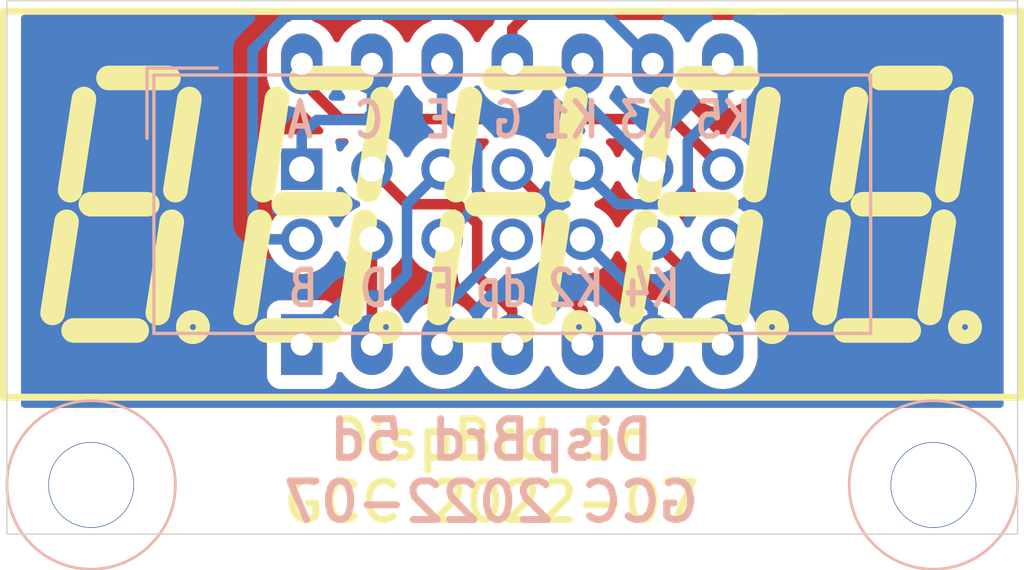
<source format=kicad_pcb>
(kicad_pcb (version 20211014) (generator pcbnew)
  (layers (0 "F.Cu" signal) (31 "B.Cu" signal) (36 "B.SilkS" user "B.Silkscreen") (37 "F.SilkS" user "F.Silkscreen") (38 "B.Mask" user) (39 "F.Mask" user) (44 "Edge.Cuts" user))
  (net 0 "")
  (net 1 "/K_SegA")
  (net 2 "/K_SegB")
  (net 3 "/K_SegC")
  (net 4 "/K_SegDP")
  (net 5 "/A0")
  (net 6 "/K_SegD")
  (net 7 "/K_SegE")
  (net 8 "/K_SegG")
  (net 9 "/K_SegF")
  (net 10 "/A1")
  (net 11 "/A2")
  (net 12 "/A3")
  (net 13 "/A4")
  (net 14 "Net-(P6-Pad14)")
  (footprint "GCC_Display:Disp7s5x_036" (layer "F.Cu") (at 69.088 43.18)
    (fp_text reference "S4" hide)
    (fp_text value "LEDDSP5_CA" hide)
    (fp_line (start 4.826 0.635) (end 4.318 3.93446) (layer "F.SilkS") (width 0.889))
    (fp_line (start 8.63346 0.635) (end 8.12546 3.93446) (layer "F.SilkS") (width 0.889))
    (fp_line (start 9.271 -3.80746) (end 8.763 -0.508) (layer "F.SilkS") (width 0.889))
    (fp_line (start -16.129 0.635) (end -16.637 3.93446) (layer "F.SilkS") (width 0.889))
    (fp_line (start 5.45338 -3.80746) (end 4.953 -0.508) (layer "F.SilkS") (width 0.889))
    (fp_line (start -15.50162 -3.80746) (end -16.002 -0.508) (layer "F.SilkS") (width 0.889))
    (fp_line (start -18.41246 6.985) (end 18.41246 6.985) (layer "F.SilkS") (width 0.254))
    (fp_line (start -14.61262 -4.56946) (end -12.446 -4.56946) (layer "F.SilkS") (width 0.889))
    (fp_line (start 5.08 4.56946) (end 7.36346 4.56946) (layer "F.SilkS") (width 0.889))
    (fp_line (start -15.875 4.56946) (end -13.59154 4.56946) (layer "F.SilkS") (width 0.889))
    (fp_line (start -5.33654 0.635) (end -5.84454 3.93446) (layer "F.SilkS") (width 0.889))
    (fp_line (start 7.747 0) (end 5.7023 0) (layer "F.SilkS") (width 0.889))
    (fp_line (start 11.811 0.635) (end 11.303 3.93446) (layer "F.SilkS") (width 0.889))
    (fp_line (start -1.905 4.56946) (end 0.37846 4.56946) (layer "F.SilkS") (width 0.889))
    (fp_line (start 16.256 -3.80746) (end 15.748 -0.508) (layer "F.SilkS") (width 0.889))
    (fp_line (start -18.41246 6.985) (end -18.41246 -6.985) (layer "F.SilkS") (width 0.254))
    (fp_line (start -1.53162 -3.80746) (end -2.032 -0.508) (layer "F.SilkS") (width 0.889))
    (fp_line (start -12.32154 0.635) (end -12.82954 3.93446) (layer "F.SilkS") (width 0.889))
    (fp_line (start -6.223 0) (end -8.2677 0) (layer "F.SilkS") (width 0.889))
    (fp_line (start -13.208 0) (end -15.2527 0) (layer "F.SilkS") (width 0.889))
    (fp_line (start 0.762 0) (end -1.2827 0) (layer "F.SilkS") (width 0.889))
    (fp_line (start 12.065 4.56946) (end 14.34846 4.56946) (layer "F.SilkS") (width 0.889))
    (fp_line (start 1.64846 0.635) (end 1.14046 3.93446) (layer "F.SilkS") (width 0.889))
    (fp_line (start -8.89 4.56946) (end -6.60654 4.56946) (layer "F.SilkS") (width 0.889))
    (fp_line (start 6.34238 -4.56946) (end 8.509 -4.56946) (layer "F.SilkS") (width 0.889))
    (fp_line (start 15.61846 0.635) (end 15.11046 3.93446) (layer "F.SilkS") (width 0.889))
    (fp_line (start 2.286 -3.80746) (end 1.778 -0.508) (layer "F.SilkS") (width 0.889))
    (fp_line (start 13.32738 -4.56946) (end 15.494 -4.56946) (layer "F.SilkS") (width 0.889))
    (fp_line (start -4.699 -3.80746) (end -5.207 -0.508) (layer "F.SilkS") (width 0.889))
    (fp_line (start -11.684 -3.80746) (end -12.192 -0.508) (layer "F.SilkS") (width 0.889))
    (fp_line (start -7.62762 -4.56946) (end -5.461 -4.56946) (layer "F.SilkS") (width 0.889))
    (fp_line (start -2.159 0.635) (end -2.667 3.93446) (layer "F.SilkS") (width 0.889))
    (fp_line (start 18.41246 -6.985) (end -18.41246 -6.985) (layer "F.SilkS") (width 0.254))
    (fp_line (start 14.732 0) (end 12.6873 0) (layer "F.SilkS") (width 0.889))
    (fp_line (start -9.144 0.635) (end -9.652 3.93446) (layer "F.SilkS") (width 0.889))
    (fp_line (start 18.41246 6.985) (end 18.41246 -6.985) (layer "F.SilkS") (width 0.254))
    (fp_line (start 12.43838 -3.80746) (end 11.938 -0.508) (layer "F.SilkS") (width 0.889))
    (fp_line (start -0.64262 -4.56946) (end 1.524 -4.56946) (layer "F.SilkS") (width 0.889))
    (fp_line (start -8.51662 -3.80746) (end -9.017 -0.508) (layer "F.SilkS") (width 0.889))
    (fp_circle (center -11.557 4.445) (end -11.303 4.18846) (layer "F.SilkS") (width 0.508) (fill none))
    (fp_circle (center 9.398 4.445) (end 9.652 4.18846) (layer "F.SilkS") (width 0.508) (fill none))
    (fp_circle (center 2.413 4.445) (end 2.667 4.18846) (layer "F.SilkS") (width 0.508) (fill none))
    (fp_circle (center -4.572 4.445) (end -4.318 4.18846) (layer "F.SilkS") (width 0.508) (fill none))
    (fp_circle (center 16.383 4.445) (end 16.637 4.18846) (layer "F.SilkS") (width 0.508) (fill none))
    (pad "1" thru_hole rect locked (at -7.62 5.08 90) (size 2.19964 1.50114) (drill 0.8001) (layers *.Cu *.Mask) (net 7 "/K_SegE"))
    (pad "2" thru_hole oval locked (at -5.08 5.08 90) (size 2.1971 1.4986) (drill 0.8001) (layers *.Cu *.Mask) (net 6 "/K_SegD"))
    (pad "3" thru_hole oval locked (at -2.54 5.08 90) (size 2.1971 1.4986) (drill 0.8001) (layers *.Cu *.Mask) (net 4 "/K_SegDP"))
    (pad "4" thru_hole oval locked (at 0 5.08 90) (size 2.1971 1.4986) (drill 0.8001) (layers *.Cu *.Mask) (net 3 "/K_SegC"))
    (pad "5" thru_hole oval locked (at 2.54 5.08 90) (size 2.1971 1.4986) (drill 0.8001) (layers *.Cu *.Mask) (net 8 "/K_SegG"))
    (pad "6" thru_hole oval locked (at 5.08 5.08 90) (size 2.1971 1.4986) (drill 0.8001) (layers *.Cu *.Mask) (net 10 "/A1"))
    (pad "7" thru_hole oval locked (at 7.62 5.08 90) (size 2.1971 1.4986) (drill 0.8001) (layers *.Cu *.Mask))
    (pad "8" thru_hole oval locked (at 7.62 -5.08 90) (size 2.1971 1.4986) (drill 0.8001) (layers *.Cu *.Mask) (net 5 "/A0"))
    (pad "9" thru_hole oval locked (at 5.08 -5.08 90) (size 2.1971 1.4986) (drill 0.8001) (layers *.Cu *.Mask) (net 2 "/K_SegB"))
    (pad "10" thru_hole oval locked (at 2.54 -5.08 90) (size 2.1971 1.4986) (drill 0.8001) (layers *.Cu *.Mask) (net 11 "/A2"))
    (pad "11" thru_hole oval locked (at 0 -5.08 90) (size 2.1971 1.4986) (drill 0.8001) (layers *.Cu *.Mask) (net 12 "/A3"))
    (pad "12" thru_hole oval locked (at -2.53746 -5.08 90) (size 2.1971 1.4986) (drill 0.8001) (layers *.Cu *.Mask) (net 9 "/K_SegF"))
    (pad "13" thru_hole oval locked (at -5.08 -5.08 90) (size 2.1971 1.4986) (drill 0.8001) (layers *.Cu *.Mask) (net 1 "/K_SegA"))
    (pad "14" thru_hole oval locked (at -7.61746 -5.08 90) (size 2.1971 1.4986) (drill 0.8001) (layers *.Cu *.Mask) (net 13 "/A4"))
  )
  (footprint "GCC_holes:Hole3mm" (layer "B.Cu") (at 53.848 53.34)
    (fp_text reference "H7" hide)
    (fp_text value "MountingHole" hide)
    (fp_circle (center 0 0) (end 0 3.048) (layer "B.SilkS") (width 0.1) (fill none))
    (pad "1" thru_hole circle locked (at 0 0) (size 3.1 3.1) (drill 3.05) (layers *.Cu *.Mask))
  )
  (footprint "Connector_IDC:IDC-Header_2x07_P2.54mm_Vertical" (layer "B.Cu") (at 61.468 41.91 -90)
    (fp_text reference "P6" hide)
    (fp_text value "Disp5" hide)
    (fp_line (start -3.405 -20.59) (end -3.405 5.35) (layer "B.SilkS") (width 0.12))
    (fp_line (start -3.655 5.6) (end -1.115 5.6) (layer "B.SilkS") (width 0.12))
    (fp_line (start -3.405 5.35) (end 5.945 5.35) (layer "B.SilkS") (width 0.12))
    (fp_line (start 5.945 5.35) (end 5.945 -20.59) (layer "B.SilkS") (width 0.12))
    (fp_line (start 5.945 -20.59) (end -3.405 -20.59) (layer "B.SilkS") (width 0.12))
    (fp_line (start -3.655 5.6) (end -3.655 3.06) (layer "B.SilkS") (width 0.12))
    (pad "1" thru_hole rect locked (at 0 0 270) (size 1.4986 1.4986) (drill 0.9144) (layers *.Cu *.Mask) (net 1 "/K_SegA"))
    (pad "2" thru_hole oval locked (at 2.54 0 270) (size 1.4986 1.4986) (drill 0.9144) (layers *.Cu *.Mask) (net 2 "/K_SegB"))
    (pad "3" thru_hole oval locked (at 0 -2.54 270) (size 1.4986 1.4986) (drill 0.9144) (layers *.Cu *.Mask) (net 3 "/K_SegC"))
    (pad "4" thru_hole oval locked (at 2.54 -2.54 270) (size 1.4986 1.4986) (drill 0.9144) (layers *.Cu *.Mask) (net 6 "/K_SegD"))
    (pad "5" thru_hole oval locked (at 0 -5.08 270) (size 1.4986 1.4986) (drill 0.9144) (layers *.Cu *.Mask) (net 7 "/K_SegE"))
    (pad "6" thru_hole oval locked (at 2.54 -5.08 270) (size 1.4986 1.4986) (drill 0.9144) (layers *.Cu *.Mask) (net 9 "/K_SegF"))
    (pad "7" thru_hole oval locked (at 0 -7.62 270) (size 1.4986 1.4986) (drill 0.9144) (layers *.Cu *.Mask) (net 8 "/K_SegG"))
    (pad "8" thru_hole oval locked (at 2.54 -7.62 270) (size 1.4986 1.4986) (drill 0.9144) (layers *.Cu *.Mask) (net 4 "/K_SegDP"))
    (pad "9" thru_hole oval locked (at 0 -10.16 270) (size 1.4986 1.4986) (drill 0.9144) (layers *.Cu *.Mask) (net 5 "/A0"))
    (pad "10" thru_hole oval locked (at 2.54 -10.16 270) (size 1.4986 1.4986) (drill 0.9144) (layers *.Cu *.Mask) (net 10 "/A1"))
    (pad "11" thru_hole oval locked (at 0 -12.7 270) (size 1.4986 1.4986) (drill 0.9144) (layers *.Cu *.Mask) (net 11 "/A2"))
    (pad "12" thru_hole oval locked (at 2.54 -12.7 270) (size 1.4986 1.4986) (drill 0.9144) (layers *.Cu *.Mask) (net 12 "/A3"))
    (pad "13" thru_hole oval locked (at 0 -15.24 270) (size 1.4986 1.4986) (drill 0.9144) (layers *.Cu *.Mask) (net 13 "/A4"))
    (pad "14" thru_hole oval locked (at 2.54 -15.24 270) (size 1.4986 1.4986) (drill 0.9144) (layers *.Cu *.Mask) (net 14 "Net-(P6-Pad14)"))
  )
  (footprint "GCC_holes:Hole3mm" (layer "B.Cu") (at 84.328 53.34)
    (fp_text reference "H8" hide)
    (fp_text value "MountingHole" hide)
    (fp_circle (center 0 0) (end 0 3.048) (layer "B.SilkS") (width 0.1) (fill none))
    (pad "1" thru_hole circle locked (at 0 0) (size 3.1 3.1) (drill 3.05) (layers *.Cu *.Mask))
  )
  (gr_rect (start 50.8 35.814) (end 87.376 55.118) (layer "Edge.Cuts") (width 0.05) (fill none))
  (gr_text "K4 K2 dp F  D  B" (at 68.072 46.228) (layer "B.SilkS") (effects (font (size 1.27 1.016) (thickness 0.2032)) (justify mirror)))
  (gr_text "K5 K3 K1 G  E  C  A" (at 69.342 40.132) (layer "B.SilkS") (effects (font (size 1.27 1.016) (thickness 0.2032)) (justify mirror)))
  (gr_text "DispBrd 5d\nGCC 2022-07" (at 68.326 52.832) (layer "B.SilkS") (effects (font (size 1.397 1.397) (thickness 0.254)) (justify mirror)))
  (gr_text "DispBrd 5d\nGCC 2022-07" (at 68.326 52.832) (layer "F.SilkS") (effects (font (size 1.397 1.397) (thickness 0.254))))
  (segment (start 61.468 41.91) (end 61.468 40.679) (width 0.381) (layer "B.Cu") (net 1))
  (segment (start 61.468 40.679) (end 62.015 40.132) (width 0.381) (layer "B.Cu") (net 1))
  (segment (start 64.008 39.878) (end 64.008 38.1) (width 0.381) (layer "B.Cu") (net 1))
  (segment (start 63.754 40.132) (end 64.008 39.878) (width 0.381) (layer "B.Cu") (net 1))
  (segment (start 62.015 40.132) (end 63.754 40.132) (width 0.381) (layer "B.Cu") (net 1))
  (segment (start 59.69 43.874081) (end 59.69 37.592) (width 0.381) (layer "B.Cu") (net 2))
  (segment (start 59.69 37.592) (end 60.96 36.322) (width 0.381) (layer "B.Cu") (net 2))
  (segment (start 60.96 36.322) (end 72.48525 36.322) (width 0.381) (layer "B.Cu") (net 2))
  (segment (start 60.265919 44.45) (end 59.69 43.874081) (width 0.381) (layer "B.Cu") (net 2))
  (segment (start 61.468 44.45) (end 60.265919 44.45) (width 0.381) (layer "B.Cu") (net 2))
  (segment (start 72.48525 36.322) (end 72.898 36.73475) (width 0.381) (layer "B.Cu") (net 2))
  (segment (start 72.898 36.73475) (end 74.168 38.00475) (width 0.381) (layer "B.Cu") (net 2))
  (segment (start 67.818 45.76318) (end 69.088 47.03318) (width 0.381) (layer "F.Cu") (net 3))
  (segment (start 69.088 47.03318) (end 69.088 48.26) (width 0.381) (layer "F.Cu") (net 3))
  (segment (start 67.818 43.884058) (end 67.818 45.76318) (width 0.381) (layer "F.Cu") (net 3))
  (segment (start 67.113942 43.18) (end 67.818 43.884058) (width 0.381) (layer "F.Cu") (net 3))
  (segment (start 65.278 43.18) (end 67.113942 43.18) (width 0.381) (layer "F.Cu") (net 3))
  (segment (start 64.008 41.91) (end 65.278 43.18) (width 0.381) (layer "F.Cu") (net 3))
  (segment (start 66.548 46.99) (end 66.548 48.26) (width 0.381) (layer "B.Cu") (net 4))
  (segment (start 69.088 44.45) (end 66.548 46.99) (width 0.381) (layer "B.Cu") (net 4))
  (segment (start 75.438 40.894) (end 75.819 40.513) (width 0.381) (layer "B.Cu") (net 5))
  (segment (start 75.819 40.513) (end 75.946 40.386) (width 0.381) (layer "B.Cu") (net 5))
  (segment (start 75.946 40.386) (end 76.708 39.624) (width 0.381) (layer "B.Cu") (net 5))
  (segment (start 74.803 43.18) (end 75.438 42.545) (width 0.381) (layer "B.Cu") (net 5))
  (segment (start 75.438 42.545) (end 75.438 40.894) (width 0.381) (layer "B.Cu") (net 5))
  (segment (start 76.708 39.624) (end 76.708 38.1) (width 0.381) (layer "B.Cu") (net 5))
  (segment (start 71.628 41.91) (end 72.898 43.18) (width 0.381) (layer "B.Cu") (net 5))
  (segment (start 72.898 43.18) (end 74.803 43.18) (width 0.381) (layer "B.Cu") (net 5))
  (segment (start 64.008 44.45) (end 64.008 46.736) (width 0.381) (layer "F.Cu") (net 6))
  (segment (start 64.008 46.736) (end 64.008 48.26) (width 0.381) (layer "F.Cu") (net 6))
  (segment (start 64.008 46.736) (end 64.008 48.514) (width 0.381) (layer "F.Cu") (net 6))
  (segment (start 61.468 48.16475) (end 61.468 48.26) (width 0.381) (layer "B.Cu") (net 7))
  (segment (start 64.516 46.482) (end 63.15075 46.482) (width 0.381) (layer "B.Cu") (net 7))
  (segment (start 65.278 43.18) (end 65.278 45.72) (width 0.381) (layer "B.Cu") (net 7))
  (segment (start 63.15075 46.482) (end 61.468 48.16475) (width 0.381) (layer "B.Cu") (net 7))
  (segment (start 65.278 45.72) (end 64.516 46.482) (width 0.381) (layer "B.Cu") (net 7))
  (segment (start 66.548 41.91) (end 65.278 43.18) (width 0.381) (layer "B.Cu") (net 7))
  (segment (start 71.628 47.03318) (end 71.628 48.26) (width 0.381) (layer "F.Cu") (net 8))
  (segment (start 70.328501 45.733681) (end 71.628 47.03318) (width 0.381) (layer "F.Cu") (net 8))
  (segment (start 69.088 41.91) (end 70.328501 43.150501) (width 0.381) (layer "F.Cu") (net 8))
  (segment (start 70.328501 43.150501) (end 70.328501 45.733681) (width 0.381) (layer "F.Cu") (net 8))
  (segment (start 66.548 39.83482) (end 66.548 38.1) (width 0.381) (layer "B.Cu") (net 9))
  (segment (start 67.818 41.10482) (end 66.548 39.83482) (width 0.381) (layer "B.Cu") (net 9))
  (segment (start 67.818 43.18) (end 67.818 41.10482) (width 0.381) (layer "B.Cu") (net 9))
  (segment (start 66.548 44.45) (end 67.818 43.18) (width 0.381) (layer "B.Cu") (net 9))
  (segment (start 71.628 44.45) (end 74.168 46.99) (width 0.381) (layer "B.Cu") (net 10))
  (segment (start 74.168 46.99) (end 74.168 48.26) (width 0.381) (layer "B.Cu") (net 10))
  (segment (start 71.628 38.1) (end 71.628 39.37) (width 0.381) (layer "B.Cu") (net 11))
  (segment (start 71.628 39.37) (end 74.168 41.91) (width 0.381) (layer "B.Cu") (net 11))
  (segment (start 78.486 37.211) (end 78.486 45.212) (width 0.381) (layer "F.Cu") (net 12))
  (segment (start 75.946 46.228) (end 74.168 44.45) (width 0.381) (layer "F.Cu") (net 12))
  (segment (start 69.596 36.322) (end 77.597 36.322) (width 0.381) (layer "F.Cu") (net 12))
  (segment (start 77.47 46.228) (end 75.946 46.228) (width 0.381) (layer "F.Cu") (net 12))
  (segment (start 78.486 45.212) (end 77.47 46.228) (width 0.381) (layer "F.Cu") (net 12))
  (segment (start 77.597 36.322) (end 78.486 37.211) (width 0.381) (layer "F.Cu") (net 12))
  (segment (start 69.088 36.83) (end 69.596 36.322) (width 0.381) (layer "F.Cu") (net 12))
  (segment (start 69.088 38.1) (end 69.088 36.83) (width 0.381) (layer "F.Cu") (net 12))
  (segment (start 74.89571 40.09771) (end 76.708 41.91) (width 0.381) (layer "F.Cu") (net 13))
  (segment (start 62.865 40.09771) (end 61.47054 38.70325) (width 0.381) (layer "F.Cu") (net 13))
  (segment (start 62.865 40.09771) (end 74.89571 40.09771) (width 0.381) (layer "F.Cu") (net 13))
  (segment (start 61.47054 38.70325) (end 61.47054 38.354) (width 0.381) (layer "F.Cu") (net 13))
  (zone (net 0) (net_name "") (layer "F.Cu") (connect_pads (clearance 0.508)) (min_thickness 0.254) (fill yes (thermal_gap 0.508) (thermal_bridge_width 0.508))
    (polygon (pts (xy 50.8 35.814) (xy 87.376 35.814) (xy 87.376 50.546) (xy 50.8 50.546)))
  )
  (zone (net 0) (net_name "") (layer "B.Cu") (connect_pads (clearance 0.508)) (min_thickness 0.254) (fill yes (thermal_gap 0.508) (thermal_bridge_width 0.508))
    (polygon (pts (xy 50.8 35.814) (xy 87.376 35.814) (xy 87.376 50.546) (xy 50.8 50.546)))
  )
)
</source>
